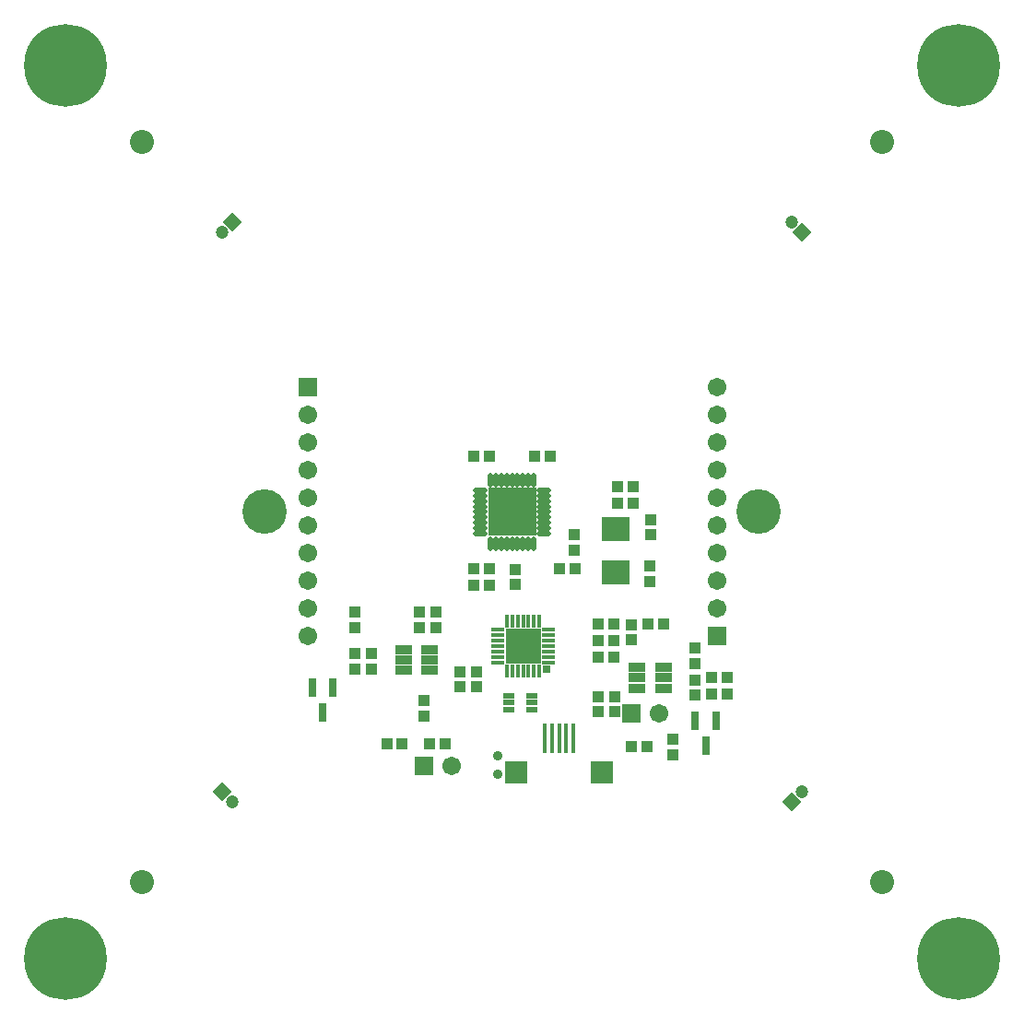
<source format=gbs>
G04*
G04 #@! TF.GenerationSoftware,Altium Limited,Altium Designer,21.6.1 (37)*
G04*
G04 Layer_Color=16711935*
%FSLAX24Y24*%
%MOIN*%
G70*
G04*
G04 #@! TF.SameCoordinates,4ED41DF6-4530-4611-BF79-ADCA28F4CC56*
G04*
G04*
G04 #@! TF.FilePolarity,Negative*
G04*
G01*
G75*
%ADD53R,0.0395X0.0434*%
%ADD54R,0.0434X0.0395*%
%ADD56R,0.1025X0.0867*%
%ADD69R,0.0671X0.0671*%
%ADD70C,0.0671*%
%ADD71R,0.0671X0.0671*%
%ADD72C,0.0867*%
%ADD73C,0.2993*%
%ADD74C,0.0474*%
%ADD75P,0.0670X4X270.0*%
%ADD76P,0.0670X4X180.0*%
%ADD77C,0.0356*%
%ADD78C,0.1608*%
%ADD123R,0.0277X0.0277*%
%ADD124R,0.0178X0.0493*%
%ADD125R,0.0493X0.0178*%
%ADD126R,0.1312X0.1312*%
%ADD127O,0.0178X0.0533*%
%ADD128O,0.0533X0.0178*%
%ADD129R,0.1773X0.1773*%
%ADD130R,0.0828X0.0828*%
%ADD131R,0.0178X0.1064*%
%ADD132R,0.0592X0.0356*%
%ADD133R,0.0316X0.0651*%
%ADD134R,0.0395X0.0237*%
D53*
X17676Y16450D02*
D03*
X17124D02*
D03*
X17676Y15850D02*
D03*
X17124D02*
D03*
X22876Y18800D02*
D03*
X22324D02*
D03*
X22876Y19400D02*
D03*
X22324D02*
D03*
X19876Y20500D02*
D03*
X19324D02*
D03*
X17676D02*
D03*
X17124D02*
D03*
X20224Y16450D02*
D03*
X20776D02*
D03*
X26276Y12500D02*
D03*
X25724D02*
D03*
X26276Y11900D02*
D03*
X25724D02*
D03*
X23424Y14450D02*
D03*
X23976D02*
D03*
X22824Y10000D02*
D03*
X23376D02*
D03*
X22176Y13850D02*
D03*
X21624D02*
D03*
X21624Y14450D02*
D03*
X22176D02*
D03*
X22176Y13250D02*
D03*
X21624D02*
D03*
X13974Y10100D02*
D03*
X14526D02*
D03*
X15524D02*
D03*
X16076D02*
D03*
D54*
X20750Y17676D02*
D03*
Y17124D02*
D03*
X18600Y15874D02*
D03*
Y16426D02*
D03*
X23494Y15995D02*
D03*
Y16546D02*
D03*
X23500Y17674D02*
D03*
Y18226D02*
D03*
X25100Y13024D02*
D03*
Y13576D02*
D03*
Y11874D02*
D03*
Y12426D02*
D03*
X22800Y13874D02*
D03*
Y14426D02*
D03*
X24300Y9724D02*
D03*
Y10276D02*
D03*
X22200Y11826D02*
D03*
Y11274D02*
D03*
X21600Y11826D02*
D03*
Y11274D02*
D03*
X16600Y12174D02*
D03*
Y12726D02*
D03*
X15300Y11676D02*
D03*
Y11124D02*
D03*
X17200Y12174D02*
D03*
Y12726D02*
D03*
X15750Y14324D02*
D03*
Y14876D02*
D03*
X15150Y14324D02*
D03*
Y14876D02*
D03*
X12800Y14324D02*
D03*
Y14876D02*
D03*
Y12824D02*
D03*
Y13376D02*
D03*
X13400Y13376D02*
D03*
Y12824D02*
D03*
D56*
X22250Y16313D02*
D03*
Y17887D02*
D03*
D69*
X15300Y9300D02*
D03*
X22800Y11200D02*
D03*
D70*
X16300Y9300D02*
D03*
X23800Y11200D02*
D03*
X25900Y15000D02*
D03*
Y17000D02*
D03*
Y18000D02*
D03*
Y19000D02*
D03*
Y20000D02*
D03*
Y21000D02*
D03*
Y22000D02*
D03*
Y23000D02*
D03*
Y16000D02*
D03*
X11100Y21000D02*
D03*
Y14000D02*
D03*
Y15000D02*
D03*
Y16000D02*
D03*
Y17000D02*
D03*
Y18000D02*
D03*
Y19000D02*
D03*
Y20000D02*
D03*
Y22000D02*
D03*
D71*
X25900Y14000D02*
D03*
X11100Y23000D02*
D03*
D72*
X31890Y5118D02*
D03*
Y31890D02*
D03*
X5118D02*
D03*
Y5118D02*
D03*
D73*
X2362Y2362D02*
D03*
X34646D02*
D03*
Y34646D02*
D03*
X2362D02*
D03*
D74*
X8023Y28623D02*
D03*
X28623Y28977D02*
D03*
X28977Y8377D02*
D03*
X8377Y8023D02*
D03*
D75*
Y28977D02*
D03*
X28623Y8023D02*
D03*
D76*
X28977Y28623D02*
D03*
X8023Y8377D02*
D03*
D77*
X17998Y9013D02*
D03*
X17998Y9687D02*
D03*
D78*
X27424Y18508D02*
D03*
X9565Y18500D02*
D03*
D123*
X19750Y12800D02*
D03*
D124*
X19491Y12744D02*
D03*
X19294D02*
D03*
X19097D02*
D03*
X18900D02*
D03*
X18703D02*
D03*
X18506D02*
D03*
X18309D02*
D03*
Y14556D02*
D03*
X18506D02*
D03*
X18703D02*
D03*
X18900D02*
D03*
X19097D02*
D03*
X19294D02*
D03*
X19491D02*
D03*
D125*
X17994Y13059D02*
D03*
Y13256D02*
D03*
Y13453D02*
D03*
Y13650D02*
D03*
Y13847D02*
D03*
Y14044D02*
D03*
Y14241D02*
D03*
X19806D02*
D03*
Y14044D02*
D03*
Y13847D02*
D03*
Y13650D02*
D03*
Y13453D02*
D03*
Y13256D02*
D03*
Y13059D02*
D03*
D126*
X18900Y13650D02*
D03*
D127*
X18303Y19652D02*
D03*
X18106D02*
D03*
X19287Y17348D02*
D03*
X19091D02*
D03*
X18894D02*
D03*
X18697D02*
D03*
X18500D02*
D03*
X18303D02*
D03*
X18106D02*
D03*
X17909D02*
D03*
X17713D02*
D03*
Y19652D02*
D03*
X17909D02*
D03*
X18500D02*
D03*
X18697D02*
D03*
X18894D02*
D03*
X19091D02*
D03*
X19287D02*
D03*
D128*
X17348Y17713D02*
D03*
Y17909D02*
D03*
Y18106D02*
D03*
Y18303D02*
D03*
Y18500D02*
D03*
Y18697D02*
D03*
Y18894D02*
D03*
Y19091D02*
D03*
Y19287D02*
D03*
X19652D02*
D03*
Y19091D02*
D03*
Y18894D02*
D03*
Y18697D02*
D03*
Y18500D02*
D03*
Y18303D02*
D03*
Y18106D02*
D03*
Y17909D02*
D03*
Y17713D02*
D03*
D129*
X18500Y18500D02*
D03*
D130*
X18645Y9091D02*
D03*
X21755D02*
D03*
D131*
X19688Y10309D02*
D03*
X19944D02*
D03*
X20200D02*
D03*
X20456D02*
D03*
X20712D02*
D03*
D132*
X23028Y12874D02*
D03*
Y12500D02*
D03*
Y12126D02*
D03*
X23972D02*
D03*
Y12500D02*
D03*
Y12874D02*
D03*
X15522Y12776D02*
D03*
Y13150D02*
D03*
Y13524D02*
D03*
X14578D02*
D03*
Y13150D02*
D03*
Y12776D02*
D03*
D133*
X25500Y10037D02*
D03*
X25874Y10963D02*
D03*
X25126D02*
D03*
X11650Y11237D02*
D03*
X12024Y12163D02*
D03*
X11276D02*
D03*
D134*
X18377Y11344D02*
D03*
Y11600D02*
D03*
Y11856D02*
D03*
X19223D02*
D03*
Y11600D02*
D03*
Y11344D02*
D03*
M02*

</source>
